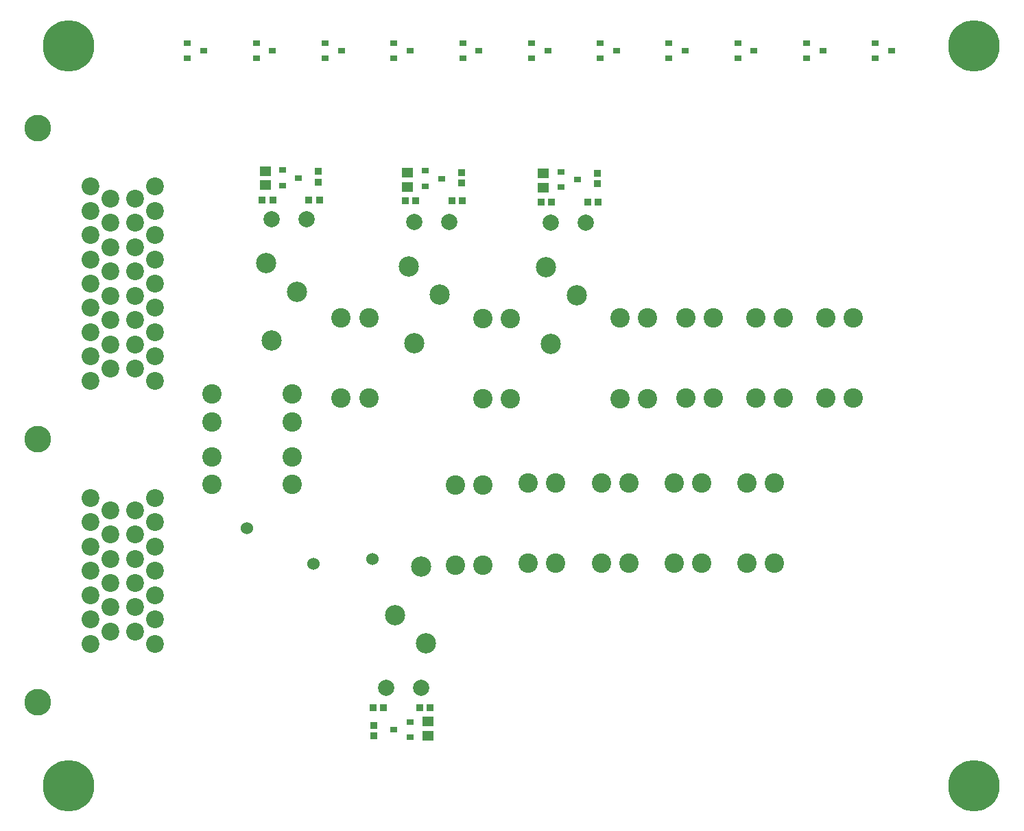
<source format=gbr>
%TF.GenerationSoftware,Altium Limited,Altium Designer,19.0.10 (269)*%
G04 Layer_Color=255*
%FSLAX26Y26*%
%MOIN*%
%TF.FileFunction,Pads,Bot*%
%TF.Part,Single*%
G01*
G75*
%TA.AperFunction,SMDPad,CuDef*%
%ADD13R,0.053150X0.045276*%
%TA.AperFunction,ComponentPad*%
%ADD23C,0.094488*%
%ADD24C,0.086614*%
%ADD25C,0.129921*%
%TA.AperFunction,ViaPad*%
%ADD26C,0.060000*%
%ADD27C,0.250000*%
%TA.AperFunction,ComponentPad*%
%ADD28C,0.098425*%
%ADD29C,0.078740*%
%TA.AperFunction,SMDPad,CuDef*%
%ADD31R,0.035433X0.031496*%
%ADD32R,0.033465X0.037402*%
%ADD33R,0.037402X0.033465*%
D13*
X2605181Y3277449D02*
D03*
Y3208551D02*
D03*
X1257000Y3220551D02*
D03*
Y3289449D02*
D03*
X1945591Y3282449D02*
D03*
Y3213551D02*
D03*
X2048000Y542551D02*
D03*
Y611449D02*
D03*
D23*
X1385551Y1765000D02*
D03*
X995000D02*
D03*
X1385551Y1898858D02*
D03*
X995000D02*
D03*
Y2203780D02*
D03*
X1385551D02*
D03*
X995000Y2069921D02*
D03*
X1385551D02*
D03*
X1624843Y2186206D02*
D03*
Y2576757D02*
D03*
X1758701Y2186206D02*
D03*
Y2576757D02*
D03*
X2313490Y2181724D02*
D03*
Y2572276D02*
D03*
X2447348Y2181724D02*
D03*
Y2572276D02*
D03*
X2979165Y2183724D02*
D03*
Y2574276D02*
D03*
X3113023Y2183724D02*
D03*
Y2574276D02*
D03*
X3299361Y2184449D02*
D03*
Y2575000D02*
D03*
X3433220Y2184449D02*
D03*
Y2575000D02*
D03*
X3638246Y2184724D02*
D03*
Y2575276D02*
D03*
X3772104Y2184724D02*
D03*
Y2575276D02*
D03*
X3978379Y2184898D02*
D03*
Y2575450D02*
D03*
X4112237Y2184898D02*
D03*
Y2575450D02*
D03*
X3731237Y1771450D02*
D03*
Y1380898D02*
D03*
X3597378Y1771450D02*
D03*
Y1380898D02*
D03*
X3376886Y1771000D02*
D03*
Y1380449D02*
D03*
X3243028Y1771000D02*
D03*
Y1380449D02*
D03*
X3022570Y1771450D02*
D03*
Y1380898D02*
D03*
X2888712Y1771450D02*
D03*
Y1380898D02*
D03*
X2667701Y1771757D02*
D03*
Y1381206D02*
D03*
X2533843Y1771757D02*
D03*
Y1381206D02*
D03*
X2313314Y1763253D02*
D03*
Y1372702D02*
D03*
X2179456Y1763253D02*
D03*
Y1372702D02*
D03*
D24*
X720866Y2269685D02*
D03*
Y2387795D02*
D03*
Y2505905D02*
D03*
Y2624016D02*
D03*
Y2742126D02*
D03*
Y2860236D02*
D03*
Y2978347D02*
D03*
Y3096457D02*
D03*
Y3214567D02*
D03*
X622441Y2328740D02*
D03*
Y2446850D02*
D03*
Y2564961D02*
D03*
Y2683071D02*
D03*
Y2801181D02*
D03*
Y2919291D02*
D03*
Y3037402D02*
D03*
Y3155512D02*
D03*
X504331Y2328740D02*
D03*
Y2446850D02*
D03*
Y2564961D02*
D03*
Y2683071D02*
D03*
Y2801181D02*
D03*
Y2919291D02*
D03*
Y3037402D02*
D03*
Y3155512D02*
D03*
X405906Y2269685D02*
D03*
Y2387795D02*
D03*
Y2505905D02*
D03*
Y2624016D02*
D03*
Y2742126D02*
D03*
Y2860236D02*
D03*
Y2978347D02*
D03*
Y3096457D02*
D03*
Y3214567D02*
D03*
Y1698819D02*
D03*
Y1580709D02*
D03*
Y1462599D02*
D03*
Y1344488D02*
D03*
Y1226378D02*
D03*
Y1108268D02*
D03*
Y990158D02*
D03*
X504331Y1639764D02*
D03*
Y1521654D02*
D03*
Y1403543D02*
D03*
Y1285433D02*
D03*
Y1167323D02*
D03*
Y1049213D02*
D03*
X622441Y1639764D02*
D03*
Y1521654D02*
D03*
Y1403543D02*
D03*
Y1285433D02*
D03*
Y1167323D02*
D03*
Y1049213D02*
D03*
X720866Y1698819D02*
D03*
Y1580709D02*
D03*
Y1462599D02*
D03*
Y1344488D02*
D03*
Y1226378D02*
D03*
Y1108268D02*
D03*
Y990158D02*
D03*
D25*
X150000Y704724D02*
D03*
Y1984252D02*
D03*
Y3500000D02*
D03*
D26*
X1166000Y1552000D02*
D03*
X1777000Y1401000D02*
D03*
X1490000Y1380000D02*
D03*
D27*
X4700000Y300000D02*
D03*
Y3900000D02*
D03*
X300000D02*
D03*
Y300000D02*
D03*
D28*
X2644656Y2449512D02*
D03*
X2619065Y2823528D02*
D03*
X2768671Y2685732D02*
D03*
X1979001Y2452449D02*
D03*
X1953410Y2826465D02*
D03*
X2103016Y2688670D02*
D03*
X1286000Y2466449D02*
D03*
X1260410Y2840465D02*
D03*
X1410016Y2702669D02*
D03*
X2011929Y1364551D02*
D03*
X2037520Y990535D02*
D03*
X1887913Y1128331D02*
D03*
D29*
X2813947Y3040063D02*
D03*
X2644656D02*
D03*
X2148292Y3043001D02*
D03*
X1979001D02*
D03*
X1455292Y3057000D02*
D03*
X1286000D02*
D03*
X1842638Y774000D02*
D03*
X2011929D02*
D03*
D31*
X1959961Y609402D02*
D03*
Y534598D02*
D03*
X1881220Y572000D02*
D03*
X2693220Y3210598D02*
D03*
Y3285401D02*
D03*
X2771961Y3248000D02*
D03*
X2033630Y3215598D02*
D03*
Y3290401D02*
D03*
X2112370Y3253000D02*
D03*
X1338630Y3219598D02*
D03*
Y3294401D02*
D03*
X1417370Y3257000D02*
D03*
X1291063Y3875725D02*
D03*
X1212323Y3913127D02*
D03*
Y3838324D02*
D03*
X956772Y3875725D02*
D03*
X878032Y3913127D02*
D03*
Y3838324D02*
D03*
X1625353Y3875725D02*
D03*
X1546613Y3913127D02*
D03*
Y3838324D02*
D03*
X3296806Y3875725D02*
D03*
X3218066Y3913127D02*
D03*
Y3838324D02*
D03*
X2962516Y3875725D02*
D03*
X2883776Y3913127D02*
D03*
Y3838324D02*
D03*
X2628225Y3875725D02*
D03*
X2549485Y3913127D02*
D03*
Y3838324D02*
D03*
X2293935Y3875725D02*
D03*
X2215194Y3913127D02*
D03*
Y3838324D02*
D03*
X1959644Y3875725D02*
D03*
X1880904Y3913127D02*
D03*
Y3838324D02*
D03*
X4299678Y3875725D02*
D03*
X4220938Y3913127D02*
D03*
Y3838324D02*
D03*
X3965388Y3875725D02*
D03*
X3886647Y3913127D02*
D03*
Y3838324D02*
D03*
X3631097Y3875725D02*
D03*
X3552357Y3913127D02*
D03*
Y3838324D02*
D03*
D32*
X2873181Y3140000D02*
D03*
X2822000D02*
D03*
X2647181D02*
D03*
X2596000D02*
D03*
X1518591Y3149000D02*
D03*
X1467409D02*
D03*
X1292591D02*
D03*
X1241409D02*
D03*
X2213591Y3145000D02*
D03*
X2162410D02*
D03*
X1987591D02*
D03*
X1936409D02*
D03*
X1780000Y680000D02*
D03*
X1831181D02*
D03*
X2006000D02*
D03*
X2057181D02*
D03*
D33*
X2869181Y3227409D02*
D03*
Y3278590D02*
D03*
X1514591Y3236409D02*
D03*
Y3287590D02*
D03*
X2209590Y3232409D02*
D03*
Y3283590D02*
D03*
X1784000Y592591D02*
D03*
Y541409D02*
D03*
%TF.MD5,4ed8cbed886f40c830582434ef6dc159*%
M02*

</source>
